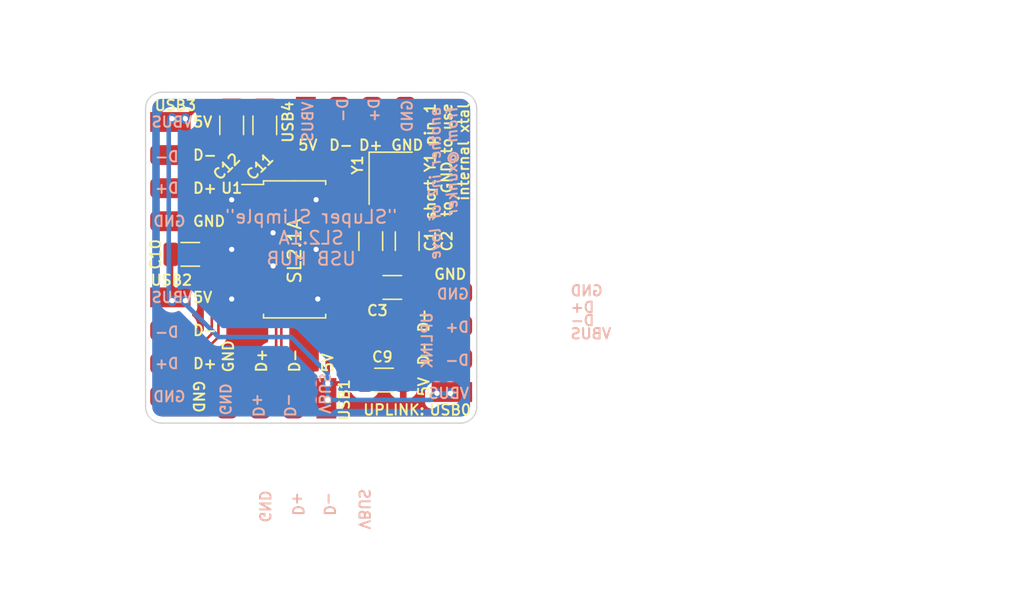
<source format=kicad_pcb>
(kicad_pcb (version 20211014) (generator pcbnew)
  (layers (0 "F.Cu" signal) (31 "B.Cu" signal) (34 "B.Paste" user) (35 "F.Paste" user) (36 "B.SilkS" user "B.Silkscreen") (37 "F.SilkS" user "F.Silkscreen") (38 "B.Mask" user) (39 "F.Mask" user) (44 "Edge.Cuts" user))
  (net 0 "")
  (net 1 "Net-(C1-Pad1)")
  (net 2 "Net-(C2-Pad1)")
  (net 3 "D4-")
  (net 4 "D4+")
  (net 5 "VBUS")
  (net 6 "Earth")
  (net 7 "Net-(U1-Pad16)")
  (net 8 "DU-")
  (net 9 "DU+")
  (net 10 "Net-(U1-Pad15)")
  (net 11 "D3-")
  (net 12 "D2+")
  (net 13 "D2-")
  (net 14 "D1-")
  (net 15 "D1+")
  (net 16 "D3+")
  (footprint "Connector_PinHeader_2.54mm:2.54mm 1x4 header edge - no silks" (layer "F.Cu") (at 164.846 77.624 180)
    (fp_text reference "USB0" (at 1.778 -0.1 unlocked) (layer "F.SilkS") (effects (font (size 0.8 0.8))))
    (fp_text value "Conn_01x04_Male")
    (pad "1" smd rect (at 1.651 1.27 180) (size 3.1 1.524) (layers "F.Cu" "F.Paste" "F.Mask") (net 5 "VBUS"))
    (pad "2" smd roundrect (at 1.651 3.81 180) (size 3.1 1.524) (layers "F.Cu" "F.Paste" "F.Mask") (net 8 "DU-"))
    (pad "3" smd roundrect (at 1.651 6.35 180) (size 3.1 1.524) (layers "F.Cu" "F.Paste" "F.Mask") (net 9 "DU+"))
    (pad "4" smd roundrect (at 1.651 8.89 180) (size 3.1 1.524) (layers "F.Cu" "F.Paste" "F.Mask") (net 6 "Earth"))
  )
  (footprint "Capacitor_SMD:C_1206_3216Metric" (layer "F.Cu") (at 143.129 65.786)
    (fp_text reference "C10" (at -2.667 0 90) (layer "F.SilkS") (effects (font (size 0.8 0.8))))
    (fp_text value "100uF/16V")
    (fp_line (start -0.711252 0.91) (end 0.711252 0.91) (layer "F.SilkS") (width 0.12))
    (fp_line (start -0.711252 -0.91) (end 0.711252 -0.91) (layer "F.SilkS") (width 0.12))
    (pad "1" smd roundrect (at -1.475 0) (size 1.15 1.8) (layers "F.Cu" "F.Paste" "F.Mask") (roundrect_rratio 0.217391) (net 5 "VBUS"))
    (pad "2" smd roundrect (at 1.475 0) (size 1.15 1.8) (layers "F.Cu" "F.Paste" "F.Mask") (roundrect_rratio 0.217391) (net 6 "Earth"))
  )
  (footprint "Connector_PinHeader_2.54mm:2.54mm 1x4 header edge - no silks" (layer "F.Cu") (at 150.722 56.896 90)
    (fp_text reference "USB4" (at 1.27 -0.1 90 unlocked) (layer "F.SilkS") (effects (font (size 0.8 0.8))))
    (fp_text value "Conn_01x04_Male")
    (pad "1" smd rect (at 1.651 1.27 90) (size 3.1 1.524) (layers "F.Cu" "F.Paste" "F.Mask") (net 5 "VBUS"))
    (pad "2" smd roundrect (at 1.651 3.81 90) (size 3.1 1.524) (layers "F.Cu" "F.Paste" "F.Mask") (net 3 "D4-"))
    (pad "3" smd roundrect (at 1.651 6.35 90) (size 3.1 1.524) (layers "F.Cu" "F.Paste" "F.Mask") (net 4 "D4+"))
    (pad "4" smd roundrect (at 1.651 8.89 90) (size 3.1 1.524) (layers "F.Cu" "F.Paste" "F.Mask") (net 6 "Earth"))
  )
  (footprint "Capacitor_SMD:C_1206_3216Metric" (layer "F.Cu") (at 148.844 55.88 -90)
    (fp_text reference "C11" (at 2.286 -0.508 45) (layer "F.SilkS") (effects (font (size 0.8 0.8)) (justify right)))
    (fp_text value "100uF/16V")
    (fp_line (start -0.711252 0.91) (end 0.711252 0.91) (layer "F.SilkS") (width 0.12))
    (fp_line (start -0.711252 -0.91) (end 0.711252 -0.91) (layer "F.SilkS") (width 0.12))
    (pad "1" smd roundrect (at -1.475 0 270) (size 1.15 1.8) (layers "F.Cu" "F.Paste" "F.Mask") (roundrect_rratio 0.217391) (net 5 "VBUS"))
    (pad "2" smd roundrect (at 1.475 0 270) (size 1.15 1.8) (layers "F.Cu" "F.Paste" "F.Mask") (roundrect_rratio 0.217391) (net 6 "Earth"))
  )
  (footprint "Package_SO:SOIC-16_4.55x10.3mm_P1.27mm" (layer "F.Cu") (at 151.13 65.405)
    (fp_text reference "U1" (at -4.826 -4.699) (layer "F.SilkS") (effects (font (size 0.8 0.8))))
    (fp_text value "SL2.1A")
    (fp_line (start 2.385 -5.26) (end 2.385 -4.98) (layer "F.SilkS") (width 0.12))
    (fp_line (start 0 5.26) (end 2.385 5.26) (layer "F.SilkS") (width 0.12))
    (fp_line (start 0 -5.26) (end 2.385 -5.26) (layer "F.SilkS") (width 0.12))
    (fp_line (start 0 5.26) (end -2.385 5.26) (layer "F.SilkS") (width 0.12))
    (fp_line (start 0 -5.26) (end -2.385 -5.26) (layer "F.SilkS") (width 0.12))
    (fp_line (start -2.385 5.26) (end -2.385 4.98) (layer "F.SilkS") (width 0.12))
    (fp_line (start -2.385 -4.98) (end -4.05 -4.98) (layer "F.SilkS") (width 0.12))
    (fp_line (start -2.385 -5.26) (end -2.385 -4.98) (layer "F.SilkS") (width 0.12))
    (fp_line (start 2.385 5.26) (end 2.385 4.98) (layer "F.SilkS") (width 0.12))
    (pad "1" smd roundrect (at -3.25 -4.445) (size 1.6 0.55) (layers "F.Cu" "F.Paste" "F.Mask") (net 3 "D4-"))
    (pad "2" smd roundrect (at -3.25 -3.175) (size 1.6 0.55) (layers "F.Cu" "F.Paste" "F.Mask") (net 4 "D4+"))
    (pad "3" smd roundrect (at -3.25 -1.905) (size 1.6 0.55) (layers "F.Cu" "F.Paste" "F.Mask") (net 11 "D3-"))
    (pad "4" smd roundrect (at -3.25 -0.635) (size 1.6 0.55) (layers "F.Cu" "F.Paste" "F.Mask") (net 16 "D3+"))
    (pad "5" smd roundrect (at -3.25 0.635) (size 1.6 0.55) (layers "F.Cu" "F.Paste" "F.Mask") (net 13 "D2-"))
    (pad "6" smd roundrect (at -3.25 1.905) (size 1.6 0.55) (layers "F.Cu" "F.Paste" "F.Mask") (net 12 "D2+"))
    (pad "7" smd roundrect (at -3.25 3.175) (size 1.6 0.55) (layers "F.Cu" "F.Paste" "F.Mask") (net 14 "D1-"))
    (pad "8" smd roundrect (at -3.25 4.445) (size 1.6 0.55) (layers "F.Cu" "F.Paste" "F.Mask") (net 15 "D1+"))
    (pad "9" smd roundrect (at 3.25 4.445) (size 1.6 0.55) (layers "F.Cu" "F.Paste" "F.Mask") (net 8 "DU-"))
    (pad "10" smd roundrect (at 3.25 3.175) (size 1.6 0.55) (layers "F.Cu" "F.Paste" "F.Mask") (net 9 "DU+"))
    (pad "11" smd roundrect (at 3.25 1.905) (size 1.6 0.55) (layers "F.Cu" "F.Paste" "F.Mask") (net 5 "VBUS"))
    (pad "12" smd roundrect (at 3.25 0.635) (size 1.6 0.55) (layers "F.Cu" "F.Paste" "F.Mask") (net 6 "Earth"))
    (pad "13" smd roundrect (at 3.25 -0.635) (size 1.6 0.55) (layers "F.Cu" "F.Paste" "F.Mask") (net 2 "Net-(C2-Pad1)"))
    (pad "14" smd roundrect (at 3.25 -1.905) (size 1.6 0.55) (layers "F.Cu" "F.Paste" "F.Mask") (net 1 "Net-(C1-Pad1)"))
    (pad "15" smd roundrect (at 3.25 -3.175) (size 1.6 0.55) (layers "F.Cu" "F.Paste" "F.Mask") (net 10 "Net-(U1-Pad15)"))
    (pad "16" smd roundrect (at 3.25 -4.445) (size 1.6 0.55) (layers "F.Cu" "F.Paste" "F.Mask") (net 7 "Net-(U1-Pad16)"))
  )
  (footprint "Capacitor_SMD:C_1206_3216Metric" (layer "F.Cu") (at 159.766 64.77 -90)
    (fp_text reference "C2" (at 0 -3.048 90) (layer "F.SilkS") (effects (font (size 0.8 0.8))))
    (fp_text value "10uF")
    (fp_line (start -0.711252 0.91) (end 0.711252 0.91) (layer "F.SilkS") (width 0.12))
    (fp_line (start -0.711252 -0.91) (end 0.711252 -0.91) (layer "F.SilkS") (width 0.12))
    (pad "1" smd roundrect (at -1.475 0 270) (size 1.15 1.8) (layers "F.Cu" "F.Paste" "F.Mask") (roundrect_rratio 0.217391) (net 2 "Net-(C2-Pad1)"))
    (pad "2" smd roundrect (at 1.475 0 270) (size 1.15 1.8) (layers "F.Cu" "F.Paste" "F.Mask") (roundrect_rratio 0.217391) (net 6 "Earth"))
  )
  (footprint "Capacitor_SMD:C_1206_3216Metric" (layer "F.Cu") (at 146.304 55.88 -90)
    (fp_text reference "C12" (at 2.286 -0.508 225) (layer "F.SilkS") (effects (font (size 0.8 0.8)) (justify right)))
    (fp_text value "100uF/16V")
    (fp_line (start -0.711252 -0.91) (end 0.711252 -0.91) (layer "F.SilkS") (width 0.12))
    (fp_line (start -0.711252 0.91) (end 0.711252 0.91) (layer "F.SilkS") (width 0.12))
    (pad "1" smd roundrect (at -1.475 0 270) (size 1.15 1.8) (layers "F.Cu" "F.Paste" "F.Mask") (roundrect_rratio 0.217391) (net 5 "VBUS"))
    (pad "2" smd roundrect (at 1.475 0 270) (size 1.15 1.8) (layers "F.Cu" "F.Paste" "F.Mask") (roundrect_rratio 0.217391) (net 6 "Earth"))
  )
  (footprint "Capacitor_SMD:C_1206_3216Metric" (layer "F.Cu") (at 158.623 68.326)
    (fp_text reference "C3" (at -1.143 1.778) (layer "F.SilkS") (effects (font (size 0.8 0.8))))
    (fp_text value "10uF")
    (fp_line (start -0.711252 0.91) (end 0.711252 0.91) (layer "F.SilkS") (width 0.12))
    (fp_line (start -0.711252 -0.91) (end 0.711252 -0.91) (layer "F.SilkS") (width 0.12))
    (pad "1" smd roundrect (at -1.475 0) (size 1.15 1.8) (layers "F.Cu" "F.Paste" "F.Mask") (roundrect_rratio 0.217391) (net 5 "VBUS"))
    (pad "2" smd roundrect (at 1.475 0) (size 1.15 1.8) (layers "F.Cu" "F.Paste" "F.Mask") (roundrect_rratio 0.217391) (net 6 "Earth"))
  )
  (footprint "Connector_PinHeader_2.54mm:2.54mm 1x4 header edge - no silks" (layer "F.Cu") (at 139.954 67.818)
    (fp_text reference "USB2" (at 1.7272 -0.0508 unlocked) (layer "F.SilkS") (effects (font (size 0.8 0.8))))
    (fp_text value "Conn_01x04_Male")
    (pad "1" smd rect (at 1.651 1.27) (size 3.1 1.524) (layers "F.Cu" "F.Paste" "F.Mask") (net 5 "VBUS"))
    (pad "2" smd roundrect (at 1.651 3.81) (size 3.1 1.524) (layers "F.Cu" "F.Paste" "F.Mask") (net 13 "D2-"))
    (pad "3" smd roundrect (at 1.651 6.35) (size 3.1 1.524) (layers "F.Cu" "F.Paste" "F.Mask") (net 12 "D2+"))
    (pad "4" smd roundrect (at 1.651 8.89) (size 3.1 1.524) (layers "F.Cu" "F.Paste" "F.Mask") (net 6 "Earth"))
  )
  (footprint "Capacitor_SMD:C_1206_3216Metric" (layer "F.Cu") (at 157.988 75.438)
    (fp_text reference "C9" (at -0.127 -1.778) (layer "F.SilkS") (effects (font (size 0.8 0.8))))
    (fp_text value "100uF/16V")
    (fp_line (start -0.711252 -0.91) (end 0.711252 -0.91) (layer "F.SilkS") (width 0.12))
    (fp_line (start -0.711252 0.91) (end 0.711252 0.91) (layer "F.SilkS") (width 0.12))
    (pad "1" smd roundrect (at -1.475 0) (size 1.15 1.8) (layers "F.Cu" "F.Paste" "F.Mask") (roundrect_rratio 0.217391) (net 5 "VBUS"))
    (pad "2" smd roundrect (at 1.475 0) (size 1.15 1.8) (layers "F.Cu" "F.Paste" "F.Mask") (roundrect_rratio 0.217391) (net 6 "Earth"))
  )
  (footprint "Capacitor_SMD:C_1206_3216Metric" (layer "F.Cu") (at 156.972 64.77 -90)
    (fp_text reference "C1" (at 0 -4.572 90) (layer "F.SilkS") (effects (font (size 0.8 0.8))))
    (fp_text value "10uF")
    (fp_line (start -0.711252 -0.91) (end 0.711252 -0.91) (layer "F.SilkS") (width 0.12))
    (fp_line (start -0.711252 0.91) (end 0.711252 0.91) (layer "F.SilkS") (width 0.12))
    (pad "1" smd roundrect (at -1.475 0 270) (size 1.15 1.8) (layers "F.Cu" "F.Paste" "F.Mask") (roundrect_rratio 0.217391) (net 1 "Net-(C1-Pad1)"))
    (pad "2" smd roundrect (at 1.475 0 270) (size 1.15 1.8) (layers "F.Cu" "F.Paste" "F.Mask") (roundrect_rratio 0.217391) (net 6 "Earth"))
  )
  (footprint "Crystal:Crystal_SMD_3225-4Pin_3.2x2.5mm" (layer "F.Cu") (at 158.496 59.944 -90)
    (fp_text reference "Y1" (at -1.016 2.54 90) (layer "F.SilkS") (effects (font (size 0.8 0.8))))
    (fp_text value "Crystal_GND24")
    (fp_line (start -2 -1.65) (end -2 1.65) (layer "F.SilkS") (width 0.12))
    (fp_line (start -2 1.65) (end 2 1.65) (layer "F.SilkS") (width 0.12))
    (pad "1" smd rect (at -1.1 0.85 270) (size 1.4 1.2) (layers "F.Cu" "F.Paste" "F.Mask") (net 7 "Net-(U1-Pad16)"))
    (pad "2" smd rect (at 1.1 0.85 270) (size 1.4 1.2) (layers "F.Cu" "F.Paste" "F.Mask") (net 6 "Earth"))
    (pad "3" smd rect (at 1.1 -0.85 270) (size 1.4 1.2) (layers "F.Cu" "F.Paste" "F.Mask") (net 10 "Net-(U1-Pad15)"))
    (pad "4" smd rect (at -1.1 -0.85 270) (size 1.4 1.2) (layers "F.Cu" "F.Paste" "F.Mask") (net 6 "Earth"))
  )
  (footprint "Connector_PinHeader_2.54mm:2.54mm 1x4 header edge - no silks" (layer "F.Cu") (at 139.954 54.356)
    (fp_text reference "USB3" (at 2.032 0 unlocked) (layer "F.SilkS") (effects (font (size 0.8 0.8))))
    (fp_text value "Conn_01x04_Male")
    (pad "1" smd rect (at 1.651 1.27) (size 3.1 1.524) (layers "F.Cu" "F.Paste" "F.Mask") (net 5 "VBUS"))
    (pad "2" smd roundrect (at 1.651 3.81) (size 3.1 1.524) (layers "F.Cu" "F.Paste" "F.Mask") (net 11 "D3-"))
    (pad "3" smd roundrect (at 1.651 6.35) (size 3.1 1.524) (layers "F.Cu" "F.Paste" "F.Mask") (net 16 "D3+"))
    (pad "4" smd roundrect (at 1.651 8.89) (size 3.1 1.524) (layers "F.Cu" "F.Paste" "F.Mask") (net 6 "Earth"))
  )
  (footprint "Connector_PinHeader_2.54mm:2.54mm 1x4 header edge - no silks" (layer "F.Cu") (at 154.84 75.184 -90)
    (fp_text reference "USB1" (at 1.778 -0.1 90 unlocked) (layer "F.SilkS") (effects (font (size 0.8 0.8))))
    (fp_text value "Conn_01x04_Male")
    (pad "1" smd rect (at 1.651 1.27 270) (size 3.1 1.524) (layers "F.Cu" "F.Paste" "F.Mask") (net 5 "VBUS"))
    (pad "2" smd roundrect (at 1.651 3.81 270) (size 3.1 1.524) (layers "F.Cu" "F.Paste" "F.Mask") (net 14 "D1-"))
    (pad "3" smd roundrect (at 1.651 6.35 270) (size 3.1 1.524) (layers "F.Cu" "F.Paste" "F.Mask") (net 15 "D1+"))
    (pad "4" smd roundrect (at 1.651 8.89 270) (size 3.1 1.524) (layers "F.Cu" "F.Paste" "F.Mask") (net 6 "Earth"))
  )
  (gr_line (start 165.1 77.489835) (end 165.1 54.590165) (layer "Edge.Cuts") (width 0.1))
  (gr_line (start 163.849835 53.34) (end 140.950165 53.34) (layer "Edge.Cuts") (width 0.1))
  (gr_arc (start 140.950165 78.74) (mid 140.066165 78.373835) (end 139.7 77.489835) (layer "Edge.Cuts") (width 0.1))
  (gr_line (start 139.7 54.590165) (end 139.7 77.489835) (layer "Edge.Cuts") (width 0.1))
  (gr_arc (start 139.7 54.590165) (mid 140.066165 53.706165) (end 140.950165 53.34) (layer "Edge.Cuts") (width 0.1))
  (gr_line (start 140.950165 78.74) (end 163.849835 78.74) (layer "Edge.Cuts") (width 0.1))
  (gr_arc (start 165.1 77.489835) (mid 164.733835 78.373835) (end 163.849835 78.74) (layer "Edge.Cuts") (width 0.1))
  (gr_arc (start 163.849835 53.34) (mid 164.733835 53.706165) (end 165.1 54.590165) (layer "Edge.Cuts") (width 0.1))
  (gr_text "UPLINK" (at 161.29 72.39 90) (layer "B.SilkS") (effects (font (size 0.8 0.8)) (justify mirror)))
  (gr_text "VBUS" (at 156.464 83.693 270) (layer "B.SilkS") (effects (font (size 0.8 0.8)) (justify right mirror)))
  (gr_text "VBUS" (at 152.146 53.975 90) (layer "B.SilkS") (effects (font (size 0.8 0.8)) (justify left mirror)))
  (gr_text "D+" (at 151.384 83.947 270) (layer "B.SilkS") (effects (font (size 0.8 0.8)) (justify right mirror)))
  (gr_text "VBUS" (at 172.212 71.882) (layer "B.SilkS") (effects (font (size 0.8 0.8)) (justify right mirror)))
  (gr_text "GND" (at 140.208 63.246) (layer "B.SilkS") (effects (font (size 0.8 0.8)) (justify right mirror)))
  (gr_text "D-" (at 153.797 83.947 270) (layer "B.SilkS") (effects (font (size 0.8 0.8)) (justify right mirror)))
  (gr_text "D+" (at 140.335 74.168) (layer "B.SilkS") (effects (font (size 0.8 0.8)) (justify right mirror)))
  (gr_text "D+" (at 172.212 69.85) (layer "B.SilkS") (effects (font (size 0.8 0.8)) (justify right mirror)))
  (gr_text "D+" (at 164.592 71.374) (layer "B.SilkS") (effects (font (size 0.8 0.8)) (justify left mirror)))
  (gr_text "D-" (at 150.749 78.359 270) (layer "B.SilkS") (effects (font (size 0.8 0.8)) (justify left mirror)))
  (gr_text "D-" (at 164.592 73.914) (layer "B.SilkS") (effects (font (size 0.8 0.8)) (justify left mirror)))
  (gr_text "D+" (at 148.336 78.359 270) (layer "B.SilkS") (effects (font (size 0.8 0.8)) (justify left mirror)))
  (gr_text "GND" (at 164.592 68.834) (layer "B.SilkS") (effects (font (size 0.8 0.8)) (justify left mirror)))
  (gr_text "D-" (at 172.212 70.866) (layer "B.SilkS") (effects (font (size 0.8 0.8)) (justify right mirror)))
  (gr_text "GND" (at 159.766 53.848 90) (layer "B.SilkS") (effects (font (size 0.8 0.8)) (justify left mirror)))
  (gr_text "D-" (at 140.335 58.293) (layer "B.SilkS") (effects (font (size 0.8 0.8)) (justify right mirror)))
  (gr_text "D+" (at 157.226 53.721 90) (layer "B.SilkS") (effects (font (size 0.8 0.8)) (justify left mirror)))
  (gr_text "GND" (at 172.212 68.58) (layer "B.SilkS") (effects (font (size 0.8 0.8)) (justify right mirror)))
  (gr_text "GND" (at 148.844 83.82 270) (layer "B.SilkS") (effects (font (size 0.8 0.8)) (justify right mirror)))
  (gr_text "D+" (at 140.335 60.706) (layer "B.SilkS") (effects (font (size 0.8 0.8)) (justify right mirror)))
  (gr_text "GND" (at 140.208 76.708) (layer "B.SilkS") (effects (font (size 0.8 0.8)) (justify right mirror)))
  (gr_text "VBUS" (at 140.081 69.088) (layer "B.SilkS") (effects (font (size 0.8 0.8)) (justify right mirror)))
  (gr_text "VBUS" (at 164.592 76.454) (layer "B.SilkS") (effects (font (size 0.8 0.8)) (justify left mirror)))
  (gr_text "another in^{2} of love\nfrom @xunker" (at 162.56 54.356 90) (layer "B.SilkS") (effects (font (size 0.8 0.8) (thickness 0.15) italic) (justify left mirror)))
  (gr_text "{dblquote}SLuper SLimple{dblquote}\nSL2.1A\nUSB HUB" (at 152.4 64.516) (layer "B.SilkS") (effects (font (size 1 1)) (justify mirror)))
  (gr_text "D-" (at 140.335 71.755) (layer "B.SilkS") (effects (font (size 0.8 0.8)) (justify right mirror)))
  (gr_text "D-" (at 154.813 53.721 90) (layer "B.SilkS") (effects (font (size 0.8 0.8)) (justify left mirror)))
  (gr_text "VBUS" (at 153.416 78.105 270) (layer "B.SilkS") (effects (font (size 0.8 0.8)) (justify left mirror)))
  (gr_text "VBUS" (at 140.081 55.626) (layer "B.SilkS") (effects (font (size 0.8 0.8)) (justify right mirror)))
  (gr_text "GND" (at 145.796 78.232 270) (layer "B.SilkS") (effects (font (size 0.8 0.8)) (justify left mirror)))
  (gr_text "D+" (at 143.256 60.706) (layer "F.SilkS") (effects (font (size 0.8 0.8)) (justify left)))
  (gr_text "5V" (at 143.256 55.626) (layer "F.SilkS") (effects (font (size 0.8 0.8)) (justify left)))
  (gr_text "GND" (at 143.764 76.708 270) (layer "F.SilkS") (effects (font (size 0.8 0.8))))
  (gr_text "short Y1 pin 1\nto GND to use\ninternal xtal" (at 162.814 54.102 90) (layer "F.SilkS") (effects (font (size 0.8 0.8)) (justify right)))
  (gr_text "5V" (at 152.146 57.404) (layer "F.SilkS") (effects (font (size 0.8 0.8))))
  (gr_text "SL2.1A" (at 151.13 65.532 90) (layer "F.SilkS") (effects (font (size 1 1))))
  (gr_text "D+" (at 161.036 70.866 90) (layer "F.SilkS") (effects (font (size 0.8 0.8))))
  (gr_text "GND" (at 163.068 67.31) (layer "F.SilkS") (effects (font (size 0.8 0.8))))
  (gr_text "D+" (at 143.256 74.168) (layer "F.SilkS") (effects (font (size 0.8 0.8)) (justify left)))
  (gr_text "D-" (at 151.13 74.93 90) (layer "F.SilkS") (effects (font (size 0.8 0.8)) (justify left)))
  (gr_text "GND" (at 146.05 74.93 90) (layer "F.SilkS") (effects (font (size 0.8 0.8)) (justify left)))
  (gr_text "GND" (at 159.766 57.404) (layer "F.SilkS") (effects (font (size 0.8 0.8))))
  (gr_text "5V" (at 153.67 74.93 90) (layer "F.SilkS") (effects (font (size 0.8 0.8)) (justify left)))
  (gr_text "5V" (at 143.256 69.088) (layer "F.SilkS") (effects (font (size 0.8 0.8)) (justify left)))
  (gr_text "5V" (at 161.036 75.946 90) (layer "F.SilkS") (effects (font (size 0.8 0.8))))
  (gr_text "D-" (at 161.036 73.406 90) (layer "F.SilkS") (effects (font (size 0.8 0.8))))
  (gr_text "D-" (at 143.256 71.628) (layer "F.SilkS") (effects (font (size 0.8 0.8)) (justify left)))
  (gr_text "UPLINK:" (at 158.75 77.724) (layer "F.SilkS") (effects (font (size 0.8 0.8))))
  (gr_text "GND" (at 143.256 63.246) (layer "F.SilkS") (effects (font (size 0.8 0.8)) (justify left)))
  (gr_text "D-" (at 154.686 57.404) (layer "F.SilkS") (effects (font (size 0.8 0.8))))
  (gr_text "D+" (at 148.59 74.93 90) (layer "F.SilkS") (effects (font (size 0.8 0.8)) (justify left)))
  (gr_text "D+" (at 156.972 57.404) (layer "F.SilkS") (effects (font (size 0.8 0.8))))
  (gr_text "D-" (at 143.256 58.166) (layer "F.SilkS") (effects (font (size 0.8 0.8)) (justify left)))
  (segment (start 156.767 63.5) (end 156.972 63.295) (width 0.25) (layer "F.Cu") (net 1))
  (segment (start 154.38 63.5) (end 156.767 63.5) (width 0.25) (layer "F.Cu") (net 1))
  (segment (start 154.38 64.77) (end 157.48 64.77) (width 0.25) (layer "F.Cu") (net 2))
  (segment (start 158.955 63.295) (end 159.766 63.295) (width 0.25) (layer "F.Cu") (net 2))
  (segment (start 157.48 64.77) (end 158.955 63.295) (width 0.25) (layer "F.Cu") (net 2))
  (segment (start 147.88 60.96) (end 148.463 60.96) (width 0.2) (layer "F.Cu") (net 3))
  (segment (start 155.55648 56.78752) (end 155.55648 56.26948) (width 0.2) (layer "F.Cu") (net 3))
  (segment (start 150.2345 61.2775) (end 150.275997 61.2775) (width 0.2) (layer "F.Cu") (net 3))
  (segment (start 149.3345 60.9775) (end 149.3345 60.89243) (width 0.2) (layer "F.Cu") (net 3))
  (segment (start 153.67 58.674) (end 155.55648 56.78752) (width 0.2) (layer "F.Cu") (net 3))
  (segment (start 148.7805 61.2775) (end 149.0345 61.2775) (width 0.2) (layer "F.Cu") (net 3))
  (segment (start 148.463 60.96) (end 148.7805 61.2775) (width 0.2) (layer "F.Cu") (net 3))
  (segment (start 152.879497 58.674) (end 153.67 58.674) (width 0.2) (layer "F.Cu") (net 3))
  (segment (start 150.275997 61.2775) (end 152.879497 58.674) (width 0.2) (layer "F.Cu") (net 3))
  (segment (start 155.55648 56.26948) (end 154.532 55.245) (width 0.2) (layer "F.Cu") (net 3))
  (segment (start 149.9345 60.89243) (end 149.9345 60.9775) (width 0.2) (layer "F.Cu") (net 3))
  (arc (start 149.6345 60.59243) (mid 149.846632 60.680298) (end 149.9345 60.89243) (width 0.2) (layer "F.Cu") (net 3))
  (arc (start 149.9345 60.9775) (mid 150.022368 61.189632) (end 150.2345 61.2775) (width 0.2) (layer "F.Cu") (net 3))
  (arc (start 149.0345 61.2775) (mid 149.246632 61.189632) (end 149.3345 60.9775) (width 0.2) (layer "F.Cu") (net 3))
  (arc (start 149.3345 60.89243) (mid 149.422368 60.680298) (end 149.6345 60.59243) (width 0.2) (layer "F.Cu") (net 3))
  (segment (start 156.083 56.924503) (end 156.083 56.234) (width 0.2) (layer "F.Cu") (net 4))
  (segment (start 156.083 56.234) (end 157.072 55.245) (width 0.2) (layer "F.Cu") (net 4))
  (segment (start 150.495 61.849) (end 153.162 59.182) (width 0.2) (layer "F.Cu") (net 4))
  (segment (start 148.463 62.23) (end 148.844 61.849) (width 0.2) (layer "F.Cu") (net 4))
  (segment (start 147.88 62.23) (end 148.463 62.23) (width 0.2) (layer "F.Cu") (net 4))
  (segment (start 153.162 59.182) (end 153.825503 59.182) (width 0.2) (layer "F.Cu") (net 4))
  (segment (start 148.844 61.849) (end 150.495 61.849) (width 0.2) (layer "F.Cu") (net 4))
  (segment (start 153.825503 59.182) (end 156.083 56.924503) (width 0.2) (layer "F.Cu") (net 4))
  (segment (start 156.132 67.31) (end 157.148 68.326) (width 0.35) (layer "F.Cu") (net 5))
  (segment (start 142.748 69.342) (end 141.654 68.248) (width 0.35) (layer "F.Cu") (net 5))
  (segment (start 152.8318 67.31) (end 154.38 67.31) (width 0.35) (layer "F.Cu") (net 5))
  (segment (start 142.748 55.372) (end 143.715 54.405) (width 0.35) (layer "F.Cu") (net 5))
  (segment (start 154.38 67.31) (end 156.132 67.31) (width 0.35) (layer "F.Cu") (net 5))
  (segment (start 156.259 75.692) (end 156.513 75.438) (width 0.35) (layer "F.Cu") (net 5))
  (segment (start 153.67 75.692) (end 153.67 72.3265) (width 0.35) (layer "F.Cu") (net 5))
  (segment (start 141.654 68.248) (end 141.654 65.786) (width 0.35) (layer "F.Cu") (net 5))
  (segment (start 153.67 75.692) (end 156.259 75.692) (width 0.35) (layer "F.Cu") (net 5))
  (segment (start 151.892 70.5485) (end 151.892 68.2498) (width 0.35) (layer "F.Cu") (net 5))
  (segment (start 148.844 54.405) (end 151.152 54.405) (width 0.35) (layer "F.Cu") (net 5))
  (segment (start 151.152 54.405) (end 151.765 55.018) (width 0.35) (layer "F.Cu") (net 5))
  (segment (start 151.892 68.2498) (end 152.8318 67.31) (width 0.35) (layer "F.Cu") (net 5))
  (segment (start 146.304 54.405) (end 148.844 54.405) (width 0.35) (layer "F.Cu") (net 5))
  (segment (start 153.67 72.3265) (end 151.892 70.5485) (width 0.35) (layer "F.Cu") (net 5))
  (segment (start 143.715 54.405) (end 146.304 54.405) (width 0.35) (layer "F.Cu") (net 5))
  (via (at 163.068 76.454) (size 0.8) (drill 0.4) (layers "F.Cu" "B.Cu") (net 5))
  (via (at 162.052 76.454) (size 0.8) (drill 0.4) (layers "F.Cu" "B.Cu") (net 5))
  (via (at 141.732 55.372) (size 0.8) (drill 0.4) (layers "F.Cu" "B.Cu") (net 5))
  (via (at 153.67 75.692) (size 0.8) (drill 0.4) (layers "F.Cu" "B.Cu") (net 5))
  (via (at 142.748 69.342) (size 0.8) (drill 0.4) (layers "F.Cu" "B.Cu") (net 5))
  (via (at 142.748 55.372) (size 0.8) (drill 0.4) (layers "F.Cu" "B.Cu") (net 5))
  (via (at 153.67 76.962) (size 0.8) (drill 0.4) (layers "F.Cu" "B.Cu") (net 5))
  (via (at 141.732 69.342) (size 0.8) (drill 0.4) (layers "F.Cu" "B.Cu") (net 5))
  (segment (start 162.052 76.454) (end 163.068 76.454) (width 0.35) (layer "B.Cu") (net 5))
  (segment (start 145.288 72.136) (end 142.748 69.596) (width 0.35) (layer "B.Cu") (net 5))
  (segment (start 153.67 75.692) (end 153.67 74.93) (width 0.35) (layer "B.Cu") (net 5))
  (segment (start 141.478 55.626) (end 141.732 55.372) (width 0.35) (layer "B.Cu") (net 5))
  (segment (start 141.732 69.342) (end 142.748 69.342) (width 0.35) (layer "B.Cu") (net 5))
  (segment (start 141.478 69.088) (end 141.478 55.626) (width 0.35) (layer "B.Cu") (net 5))
  (segment (start 153.67 75.692) (end 153.67 76.962) (width 0.35) (layer "B.Cu") (net 5))
  (segment (start 142.748 69.596) (end 142.748 69.342) (width 0.35) (layer "B.Cu") (net 5))
  (segment (start 161.544 76.962) (end 162.052 76.454) (width 0.35) (layer "B.Cu") (net 5))
  (segment (start 150.876 72.136) (end 145.288 72.136) (width 0.35) (layer "B.Cu") (net 5))
  (segment (start 141.732 69.342) (end 141.478 69.088) (width 0.35) (layer "B.Cu") (net 5))
  (segment (start 141.732 55.372) (end 142.748 55.372) (width 0.35) (layer "B.Cu") (net 5))
  (segment (start 153.67 76.962) (end 161.544 76.962) (width 0.35) (layer "B.Cu") (net 5))
  (segment (start 153.67 74.93) (end 150.876 72.136) (width 0.35) (layer "B.Cu") (net 5))
  (segment (start 159.258 68.326) (end 157.177 66.245) (width 0.25) (layer "F.Cu") (net 6))
  (segment (start 160.098 68.326) (end 160.098 66.577) (width 0.25) (layer "F.Cu") (net 6))
  (segment (start 160.098 66.577) (end 159.766 66.245) (width 0.25) (layer "F.Cu") (net 6))
  (segment (start 157.646 60.794) (end 159.346 59.094) (width 0.25) (layer "F.Cu") (net 6))
  (segment (start 160.098 68.326) (end 159.258 68.326) (width 0.25) (layer "F.Cu") (net 6))
  (segment (start 157.646 61.044) (end 157.646 60.794) (width 0.25) (layer "F.Cu") (net 6))
  (segment (start 157.177 66.245) (end 156.972 66.245) (width 0.25) (layer "F.Cu") (net 6))
  (segment (start 159.346 59.094) (end 159.346 58.844) (width 0.25) (layer "F.Cu") (net 6))
  (via (at 152.781 61.595) (size 0.8) (drill 0.4) (layers "F.Cu" "B.Cu") (net 6))
  (via (at 146.304 61.595) (size 0.8) (drill 0.4) (layers "F.Cu" "B.Cu") (net 6))
  (via (at 152.908 69.215) (size 0.8) (drill 0.4) (layers "F.Cu" "B.Cu") (net 6))
  (via (at 149.479 64.135) (size 0.8) (drill 0.4) (layers "F.Cu" "B.Cu") (net 6))
  (via (at 149.479 66.675) (size 0.8) (drill 0.4) (layers "F.Cu" "B.Cu") (net 6))
  (via (at 146.304 65.405) (size 0.8) (drill 0.4) (layers "F.Cu" "B.Cu") (net 6))
  (via (at 146.304 69.215) (size 0.8) (drill 0.4) (layers "F.Cu" "B.Cu") (net 6))
  (via (at 152.781 65.405) (size 0.8) (drill 0.4) (layers "F.Cu" "B.Cu") (net 6))
  (segment (start 157.564 58.844) (end 157.646 58.844) (width 0.25) (layer "F.Cu") (net 7))
  (segment (start 154.38 60.96) (end 155.448 60.96) (width 0.25) (layer "F.Cu") (net 7))
  (segment (start 155.448 60.96) (end 157.564 58.844) (width 0.25) (layer "F.Cu") (net 7))
  (segment (start 157.353 72.771) (end 162.179 72.771) (width 0.2) (layer "F.Cu") (net 8))
  (segment (start 155.702 70.104) (end 155.702 71.12) (width 0.2) (layer "F.Cu") (net 8))
  (segment (start 163.195 73.787) (end 163.195 73.814) (width 0.2) (layer "F.Cu") (net 8))
  (segment (start 154.38 69.85) (end 155.448 69.85) (width 0.2) (layer "F.Cu") (net 8))
  (segment (start 162.179 72.771) (end 163.195 73.787) (width 0.2) (layer "F.Cu") (net 8))
  (segment (start 155.448 69.85) (end 155.702 70.104) (width 0.2) (layer "F.Cu") (net 8))
  (segment (start 155.702 71.12) (end 157.353 72.771) (width 0.2) (layer "F.Cu") (net 8))
  (segment (start 154.94 68.58) (end 156.21 69.85) (width 0.2) (layer "F.Cu") (net 9))
  (segment (start 154.38 68.58) (end 154.94 68.58) (width 0.2) (layer "F.Cu") (net 9))
  (segment (start 162.206 72.263) (end 163.195 71.274) (width 0.2) (layer "F.Cu") (net 9))
  (segment (start 157.607 72.263) (end 162.206 72.263) (width 0.2) (layer "F.Cu") (net 9))
  (segment (start 156.21 70.866) (end 157.607 72.263) (width 0.2) (layer "F.Cu") (net 9))
  (segment (start 156.21 69.85) (end 156.21 70.866) (width 0.2) (layer "F.Cu") (net 9))
  (segment (start 158.369 62.23) (end 159.346 61.253) (width 0.25) (layer "F.Cu") (net 10))
  (segment (start 154.38 62.23) (end 158.369 62.23) (width 0.25) (layer "F.Cu") (net 10))
  (segment (start 159.346 61.253) (end 159.346 61.044) (width 0.25) (layer "F.Cu") (net 10))
  (segment (start 143.764 59.182) (end 144.78 60.198) (width 0.2) (layer "F.Cu") (net 11))
  (segment (start 141.605 58.166) (end 142.621 59.182) (width 0.2) (layer "F.Cu") (net 11))
  (segment (start 146.685 63.754) (end 147.066 63.754) (width 0.2) (layer "F.Cu") (net 11))
  (segment (start 144.78 60.198) (end 144.78 61.849) (width 0.2) (layer "F.Cu") (net 11))
  (segment (start 147.32 63.5) (end 147.88 63.5) (width 0.2) (layer "F.Cu") (net 11))
  (segment (start 144.78 61.849) (end 146.685 63.754) (width 0.2) (layer "F.Cu") (net 11))
  (segment (start 147.066 63.754) (end 147.32 63.5) (width 0.2) (layer "F.Cu") (net 11))
  (segment (start 142.621 59.182) (end 143.764 59.182) (width 0.2) (layer "F.Cu") (net 11))
  (segment (start 145.288 68.256006) (end 146.488006 67.056) (width 0.2) (layer "F.Cu") (net 12))
  (segment (start 147.066 67.056) (end 147.32 67.31) (width 0.2) (layer "F.Cu") (net 12))
  (segment (start 142.24 74.168) (end 143.256 73.152) (width 0.2) (layer "F.Cu") (net 12))
  (segment (start 144.272 73.152) (end 145.288 72.136) (width 0.2) (layer "F.Cu") (net 12))
  (segment (start 145.288 72.136) (end 145.288 68.256006) (width 0.2) (layer "F.Cu") (net 12))
  (segment (start 147.32 67.31) (end 147.88 67.31) (width 0.2) (layer "F.Cu") (net 12))
  (segment (start 141.605 74.168) (end 142.24 74.168) (width 0.2) (layer "F.Cu") (net 12))
  (segment (start 146.488006 67.056) (end 147.066 67.056) (width 0.2) (layer "F.Cu") (net 12))
  (segment (start 143.256 73.152) (end 144.272 73.152) (width 0.2) (layer "F.Cu") (net 12))
  (segment (start 146.558 66.421) (end 147.0406 66.421) (width 0.2) (layer "F.Cu") (net 13))
  (segment (start 141.605 71.628) (end 142.3035 71.628) (width 0.2) (layer "F.Cu") (net 13))
  (segment (start 144.78 68.199) (end 146.558 66.421) (width 0.2) (layer "F.Cu") (net 13))
  (segment (start 144.018 72.644) (end 144.78 71.882) (width 0.2) (layer "F.Cu") (net 13))
  (segment (start 143.3195 72.644) (end 144.018 72.644) (width 0.2) (layer "F.Cu") (net 13))
  (segment (start 147.0406 66.421) (end 147.4216 66.04) (width 0.2) (layer "F.Cu") (net 13))
  (segment (start 144.78 71.882) (end 144.78 68.199) (width 0.2) (layer "F.Cu") (net 13))
  (segment (start 147.4216 66.04) (end 147.88 66.04) (width 0.2) (layer "F.Cu") (net 13))
  (segment (start 142.3035 71.628) (end 143.3195 72.644) (width 0.2) (layer "F.Cu") (net 13))
  (segment (start 150.114 74.422) (end 151.03 75.338) (width 0.2) (layer "F.Cu") (net 14))
  (segment (start 148.717 68.707) (end 150.114 70.104) (width 0.2) (layer "F.Cu") (net 14))
  (segment (start 151.03 75.338) (end 151.03 76.835) (width 0.2) (layer "F.Cu") (net 14))
  (segment (start 148.007 68.707) (end 148.717 68.707) (width 0.2) (layer "F.Cu") (net 14))
  (segment (start 147.88 68.58) (end 148.007 68.707) (width 0.2) (layer "F.Cu") (net 14))
  (segment (start 150.114 70.104) (end 150.114 74.422) (width 0.2) (layer "F.Cu") (net 14))
  (segment (start 149.71448 70.33948) (end 149.225 69.85) (width 0.2) (layer "F.Cu") (net 15))
  (segment (start 148.49 75.538) (end 149.71448 74.31352) (width 0.2) (layer "F.Cu") (net 15))
  (segment (start 149.71448 72.77248) (end 149.71448 70.33948) (width 0.2) (layer "F.Cu") (net 15))
  (segment (start 149.71448 72.82248) (end 149.71448 72.77248) (width 0.2) (layer "F.Cu") (net 15))
  (segment (start 149.71448 74.31352) (end 149.71448 74.02248) (width 0.2) (layer "F.Cu") (net 15))
  (segment (start 148.49 76.835) (end 148.49 75.538) (width 0.2) (layer "F.Cu") (net 15))
  (segment (start 149.225 69.85) (end 147.88 69.85) (width 0.2) (layer "F.Cu") (net 15))
  (segment (start 149.295544 73.12248) (end 149.41448 73.12248) (width 0.2) (layer "F.Cu") (net 15))
  (segment (start 149.41448 73.72248) (end 149.295544 73.72248) (width 0.2) (layer "F.Cu") (net 15))
  (arc (start 149.41448 73.12248) (mid 149.626612 73.034612) (end 149.71448 72.82248) (width 0.2) (layer "F.Cu") (net 15))
  (arc (start 149.295544 73.72248) (mid 149.083412 73.634612) (end 148.995544 73.42248) (width 0.2) (layer "F.Cu") (net 15))
  (arc (start 148.995544 73.42248) (mid 149.083412 73.210348) (end 149.295544 73.12248) (width 0.2) (layer "F.Cu") (net 15))
  (arc (start 149.71448 74.02248) (mid 149.626612 73.810348) (end 149.41448 73.72248) (width 0.2) (layer "F.Cu") (net 15))
  (segment (start 144.272 60.452) (end 143.51 59.69) (width 0.2) (layer "F.Cu") (net 16))
  (segment (start 146.558 64.262) (end 144.272 61.976) (width 0.2) (layer "F.Cu") (net 16))
  (segment (start 147.88 64.77) (end 147.3835 64.77) (width 0.2) (layer "F.Cu") (net 16))
  (segment (start 146.8755 64.262) (end 146.558 64.262) (width 0.2) (layer "F.Cu") (net 16))
  (segment (start 144.272 61.976) (end 144.272 60.452) (width 0.2) (layer "F.Cu") (net 16))
  (segment (start 143.51 59.69) (end 142.621 59.69) (width 0.2) (layer "F.Cu") (net 16))
  (segment (start 147.3835 64.77) (end 146.8755 64.262) (width 0.2) (layer "F.Cu") (net 16))
  (segment (start 142.621 59.69) (end 141.605 60.706) (width 0.2) (layer "F.Cu") (net 16))
  (zone (net 6) (net_name "Earth") (layers F&B.Cu) (connect_pads (clearance 0.508)) (min_thickness 0.254) (fill yes (thermal_gap 0.508) (thermal_bridge_width 0.508))
    (polygon (pts (xy 167.64 81.28) (xy 137.16 81.28) (xy 137.16 50.8) (xy 167.64 50.8)))
  )
)
</source>
